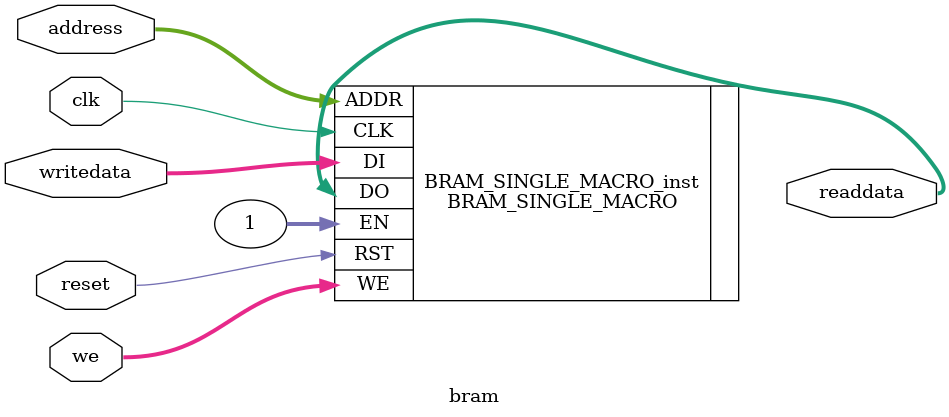
<source format=v>

module bram(clk,reset,address,writedata,readdata,we);

input clk,reset;
input [9:0] address; //2^10=1024 32.768/32(write width) = 1024  addresses . The rest out of 36.000 are parity bits 
input [31:0] writedata; //input 32bits data to write to the memory 
input [3:0] we; // write enable
output [31:0] readdata; //output data when read from the memory 


   BRAM_SINGLE_MACRO #(
      .BRAM_SIZE("36Kb"), // Target BRAM, "18Kb" or "36Kb" 
      .DEVICE("7SERIES"), // Target Device: "7SERIES" 
      .DO_REG(0), // Optional output register (0 or 1)
      .INIT(36'h000000000), // Initial values on output port
      .INIT_FILE ("NONE"),
      .WRITE_WIDTH(32), // Valid values are 1-72 (37-72 only valid when BRAM_SIZE="36Kb")
      .READ_WIDTH(32),  // Valid values are 1-72 (37-72 only valid when BRAM_SIZE="36Kb")
      .SRVAL(36'h000000000), // Set/Reset value for port output
      .WRITE_MODE("WRITE_FIRST"), // "WRITE_FIRST", "READ_FIRST", or "NO_CHANGE" 
      .INIT_00(256'h0000000000000000000000000000000000000000000000000000000000000000),
      .INIT_01(256'h0000000000000000000000000000000000000000000000000000000000000000),
      .INIT_02(256'h0000000000000000000000000000000000000000000000000000000000000000),
      .INIT_03(256'h0000000000000000000000000000000000000000000000000000000000000000),
      .INIT_04(256'h0000000000000000000000000000000000000000000000000000000000000000),
      .INIT_05(256'h0000000000000000000000000000000000000000000000000000000000000000),
      .INIT_06(256'h0000000000000000000000000000000000000000000000000000000000000000),
      .INIT_07(256'h0000000000000000000000000000000000000000000000000000000000000000),
      .INIT_08(256'h0000000000000000000000000000000000000000000000000000000000000000),
      .INIT_09(256'h0000000000000000000000000000000000000000000000000000000000000000),
      .INIT_0A(256'h0000000000000000000000000000000000000000000000000000000000000000),
      .INIT_0B(256'h0000000000000000000000000000000000000000000000000000000000000000),
      .INIT_0C(256'h0000000000000000000000000000000000000000000000000000000000000000),
      .INIT_0D(256'h0000000000000000000000000000000000000000000000000000000000000000),
      .INIT_0E(256'h0000000000000000000000000000000000000000000000000000000000000000),
      .INIT_0F(256'h0000000000000000000000000000000000000000000000000000000000000000),
      .INIT_10(256'h0000000000000000000000000000000000000000000000000000000000000000),
      .INIT_11(256'h0000000000000000000000000000000000000000000000000000000000000000),
      .INIT_12(256'h0000000000000000000000000000000000000000000000000000000000000000),
      .INIT_13(256'h0000000000000000000000000000000000000000000000000000000000000000),
      .INIT_14(256'h0000000000000000000000000000000000000000000000000000000000000000),
      .INIT_15(256'h0000000000000000000000000000000000000000000000000000000000000000),
      .INIT_16(256'h0000000000000000000000000000000000000000000000000000000000000000),
      .INIT_17(256'h0000000000000000000000000000000000000000000000000000000000000000),
      .INIT_18(256'h0000000000000000000000000000000000000000000000000000000000000000),
      .INIT_19(256'h0000000000000000000000000000000000000000000000000000000000000000),
      .INIT_1A(256'h0000000000000000000000000000000000000000000000000000000000000000),
      .INIT_1B(256'h0000000000000000000000000000000000000000000000000000000000000000),
      .INIT_1C(256'h0000000000000000000000000000000000000000000000000000000000000000),
      .INIT_1D(256'h0000000000000000000000000000000000000000000000000000000000000000),
      .INIT_1E(256'h0000000000000000000000000000000000000000000000000000000000000000),
      .INIT_1F(256'h0000000000000000000000000000000000000000000000000000000000000000),
      .INIT_20(256'h0000000000000000000000000000000000000000000000000000000000000000),
      .INIT_21(256'h0000000000000000000000000000000000000000000000000000000000000000),
      .INIT_22(256'h0000000000000000000000000000000000000000000000000000000000000000),
      .INIT_23(256'h0000000000000000000000000000000000000000000000000000000000000000),
      .INIT_24(256'h0000000000000000000000000000000000000000000000000000000000000000),
      .INIT_25(256'h0000000000000000000000000000000000000000000000000000000000000000),
      .INIT_26(256'h0000000000000000000000000000000000000000000000000000000000000000),
      .INIT_27(256'h0000000000000000000000000000000000000000000000000000000000000000),
      .INIT_28(256'h0000000000000000000000000000000000000000000000000000000000000000),
      .INIT_29(256'h0000000000000000000000000000000000000000000000000000000000000000),
      .INIT_2A(256'h0000000000000000000000000000000000000000000000000000000000000000),
      .INIT_2B(256'h0000000000000000000000000000000000000000000000000000000000000000),
      .INIT_2C(256'h0000000000000000000000000000000000000000000000000000000000000000),
      .INIT_2D(256'h0000000000000000000000000000000000000000000000000000000000000000),
      .INIT_2E(256'h0000000000000000000000000000000000000000000000000000000000000000),
      .INIT_2F(256'h0000000000000000000000000000000000000000000000000000000000000000),
      .INIT_30(256'h0000000000000000000000000000000000000000000000000000000000000000),
      .INIT_31(256'h0000000000000000000000000000000000000000000000000000000000000000),
      .INIT_32(256'h0000000000000000000000000000000000000000000000000000000000000000),
      .INIT_33(256'h0000000000000000000000000000000000000000000000000000000000000000),
      .INIT_34(256'h0000000000000000000000000000000000000000000000000000000000000000),
      .INIT_35(256'h0000000000000000000000000000000000000000000000000000000000000000),
      .INIT_36(256'h0000000000000000000000000000000000000000000000000000000000000000),
      .INIT_37(256'h0000000000000000000000000000000000000000000000000000000000000000),
      .INIT_38(256'h0000000000000000000000000000000000000000000000000000000000000000),
      .INIT_39(256'h0000000000000000000000000000000000000000000000000000000000000000),
      .INIT_3A(256'h0000000000000000000000000000000000000000000000000000000000000000),
      .INIT_3B(256'h0000000000000000000000000000000000000000000000000000000000000000),
      .INIT_3C(256'h0000000000000000000000000000000000000000000000000000000000000000),
      .INIT_3D(256'h0000000000000000000000000000000000000000000000000000000000000000),
      .INIT_3E(256'h0000000000000000000000000000000000000000000000000000000000000000),
      .INIT_3F(256'h0000000000000000000000000000000000000000000000000000000000000000),

      // The next set of INIT_xx are valid when configured as 36Kb
      .INIT_40(256'h0000000000000000000000000000000000000000000000000000000000000000),
      .INIT_41(256'h0000000000000000000000000000000000000000000000000000000000000000),
      .INIT_42(256'h0000000000000000000000000000000000000000000000000000000000000000),
      .INIT_43(256'h0000000000000000000000000000000000000000000000000000000000000000),
      .INIT_44(256'h0000000000000000000000000000000000000000000000000000000000000000),
      .INIT_45(256'h0000000000000000000000000000000000000000000000000000000000000000),
      .INIT_46(256'h0000000000000000000000000000000000000000000000000000000000000000),
      .INIT_47(256'h0000000000000000000000000000000000000000000000000000000000000000),
      .INIT_48(256'h0000000000000000000000000000000000000000000000000000000000000000),
      .INIT_49(256'h0000000000000000000000000000000000000000000000000000000000000000),
      .INIT_4A(256'h0000000000000000000000000000000000000000000000000000000000000000),
      .INIT_4B(256'h0000000000000000000000000000000000000000000000000000000000000000),
      .INIT_4C(256'h0000000000000000000000000000000000000000000000000000000000000000),
      .INIT_4D(256'h0000000000000000000000000000000000000000000000000000000000000000),
      .INIT_4E(256'h0000000000000000000000000000000000000000000000000000000000000000),
      .INIT_4F(256'h0000000000000000000000000000000000000000000000000000000000000000),
      .INIT_50(256'h0000000000000000000000000000000000000000000000000000000000000000),
      .INIT_51(256'h0000000000000000000000000000000000000000000000000000000000000000),
      .INIT_52(256'h0000000000000000000000000000000000000000000000000000000000000000),
      .INIT_53(256'h0000000000000000000000000000000000000000000000000000000000000000),
      .INIT_54(256'h0000000000000000000000000000000000000000000000000000000000000000),
      .INIT_55(256'h0000000000000000000000000000000000000000000000000000000000000000),
      .INIT_56(256'h0000000000000000000000000000000000000000000000000000000000000000),
      .INIT_57(256'h0000000000000000000000000000000000000000000000000000000000000000),
      .INIT_58(256'h0000000000000000000000000000000000000000000000000000000000000000),
      .INIT_59(256'h0000000000000000000000000000000000000000000000000000000000000000),
      .INIT_5A(256'h0000000000000000000000000000000000000000000000000000000000000000),
      .INIT_5B(256'h0000000000000000000000000000000000000000000000000000000000000000),
      .INIT_5C(256'h0000000000000000000000000000000000000000000000000000000000000000),
      .INIT_5D(256'h0000000000000000000000000000000000000000000000000000000000000000),
      .INIT_5E(256'h0000000000000000000000000000000000000000000000000000000000000000),
      .INIT_5F(256'h0000000000000000000000000000000000000000000000000000000000000000),
      .INIT_60(256'h0000000000000000000000000000000000000000000000000000000000000000),
      .INIT_61(256'h0000000000000000000000000000000000000000000000000000000000000000),
      .INIT_62(256'h0000000000000000000000000000000000000000000000000000000000000000),
      .INIT_63(256'h0000000000000000000000000000000000000000000000000000000000000000),
      .INIT_64(256'h0000000000000000000000000000000000000000000000000000000000000000),
      .INIT_65(256'h0000000000000000000000000000000000000000000000000000000000000000),
      .INIT_66(256'h0000000000000000000000000000000000000000000000000000000000000000),
      .INIT_67(256'h0000000000000000000000000000000000000000000000000000000000000000),
      .INIT_68(256'h0000000000000000000000000000000000000000000000000000000000000000),
      .INIT_69(256'h0000000000000000000000000000000000000000000000000000000000000000),
      .INIT_6A(256'h0000000000000000000000000000000000000000000000000000000000000000),
      .INIT_6B(256'h0000000000000000000000000000000000000000000000000000000000000000),
      .INIT_6C(256'h0000000000000000000000000000000000000000000000000000000000000000),
      .INIT_6D(256'h0000000000000000000000000000000000000000000000000000000000000000),
      .INIT_6E(256'h0000000000000000000000000000000000000000000000000000000000000000),
      .INIT_6F(256'h0000000000000000000000000000000000000000000000000000000000000000),
      .INIT_70(256'h0000000000000000000000000000000000000000000000000000000000000000),
      .INIT_71(256'h0000000000000000000000000000000000000000000000000000000000000000),
      .INIT_72(256'h0000000000000000000000000000000000000000000000000000000000000000),
      .INIT_73(256'h0000000000000000000000000000000000000000000000000000000000000000),
      .INIT_74(256'h0000000000000000000000000000000000000000000000000000000000000000),
      .INIT_75(256'h0000000000000000000000000000000000000000000000000000000000000000),
      .INIT_76(256'h0000000000000000000000000000000000000000000000000000000000000000),
      .INIT_77(256'h0000000000000000000000000000000000000000000000000000000000000000),
      .INIT_78(256'h0000000000000000000000000000000000000000000000000000000000000000),
      .INIT_79(256'h0000000000000000000000000000000000000000000000000000000000000000),
      .INIT_7A(256'h0000000000000000000000000000000000000000000000000000000000000000),
      .INIT_7B(256'h0000000000000000000000000000000000000000000000000000000000000000),
      .INIT_7C(256'h0000000000000000000000000000000000000000000000000000000000000000),
      .INIT_7D(256'h0000000000000000000000000000000000000000000000000000000000000000),
      .INIT_7E(256'h0000000000000000000000000000000000000000000000000000000000000000),
      .INIT_7F(256'h0000000000000000000000000000000000000000000000000000000000000000),

      // The next set of INITP_xx are for the parity bits
      .INITP_00(256'h0000000000000000000000000000000000000000000000000000000000000000),
      .INITP_01(256'h0000000000000000000000000000000000000000000000000000000000000000),
      .INITP_02(256'h0000000000000000000000000000000000000000000000000000000000000000),
      .INITP_03(256'h0000000000000000000000000000000000000000000000000000000000000000),
      .INITP_04(256'h0000000000000000000000000000000000000000000000000000000000000000),
      .INITP_05(256'h0000000000000000000000000000000000000000000000000000000000000000),
      .INITP_06(256'h0000000000000000000000000000000000000000000000000000000000000000),
      .INITP_07(256'h0000000000000000000000000000000000000000000000000000000000000000),

      // The next set of INIT_xx are valid when configured as 36Kb
      .INITP_08(256'h0000000000000000000000000000000000000000000000000000000000000000),
      .INITP_09(256'h0000000000000000000000000000000000000000000000000000000000000000),
      .INITP_0A(256'h0000000000000000000000000000000000000000000000000000000000000000),
      .INITP_0B(256'h0000000000000000000000000000000000000000000000000000000000000000),
      .INITP_0C(256'h0000000000000000000000000000000000000000000000000000000000000000),
      .INITP_0D(256'h0000000000000000000000000000000000000000000000000000000000000000),
      .INITP_0E(256'h0000000000000000000000000000000000000000000000000000000000000000),
      .INITP_0F(256'h0000000000000000000000000000000000000000000000000000000000000000)
   ) BRAM_SINGLE_MACRO_inst (
      .DO(readdata),       // Output data, width defined by READ_WIDTH parameter
      .ADDR(address),   // Input address, width defined by read/write port depth
      .CLK(clk),     // 1-bit input clock
      .DI(writedata),       // Input data port, width defined by WRITE_WIDTH parameter
      .EN(1),       // 1-bit input RAM enable
      //.REGCE(REGCE), // 1-bit input output register enable
      .RST(reset),    // 1-bit input reset
      .WE(we)        // Input write enable, width defined by write port depth
   );


endmodule

</source>
